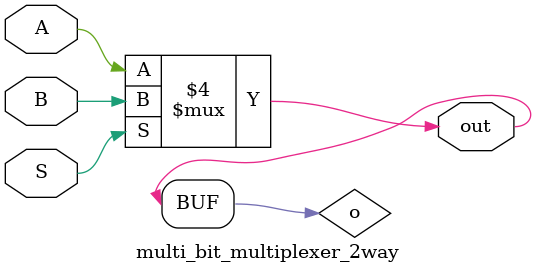
<source format=v>
module multi_bit_multiplexer_2way #(parameter WIDTH = 1) (
	A, B, S, out
);

input [WIDTH-1:0] A;
input [WIDTH-1:0] B;
input S;
output [WIDTH-1:0] out;

reg [WIDTH-1:0] o;

always @(A, B, S) begin 
	if(S == 0)
		o = A;
	else 
		o = B;
end 
assign out = o;
endmodule

</source>
